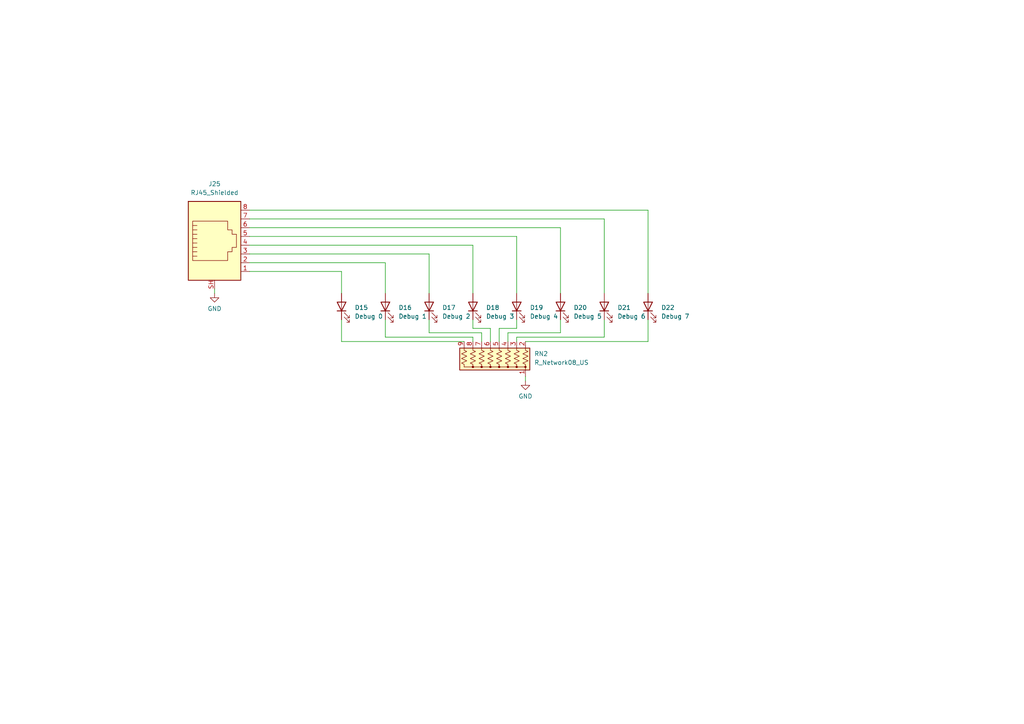
<source format=kicad_sch>
(kicad_sch
	(version 20231120)
	(generator "eeschema")
	(generator_version "8.0")
	(uuid "3ab27488-39d6-46f1-a91a-7425a7aa374c")
	(paper "A4")
	(lib_symbols
		(symbol "Connector:RJ45_Shielded"
			(pin_names
				(offset 1.016)
			)
			(exclude_from_sim no)
			(in_bom yes)
			(on_board yes)
			(property "Reference" "J"
				(at -5.08 13.97 0)
				(effects
					(font
						(size 1.27 1.27)
					)
					(justify right)
				)
			)
			(property "Value" "RJ45_Shielded"
				(at 2.54 13.97 0)
				(effects
					(font
						(size 1.27 1.27)
					)
					(justify left)
				)
			)
			(property "Footprint" ""
				(at 0 0.635 90)
				(effects
					(font
						(size 1.27 1.27)
					)
					(hide yes)
				)
			)
			(property "Datasheet" "~"
				(at 0 0.635 90)
				(effects
					(font
						(size 1.27 1.27)
					)
					(hide yes)
				)
			)
			(property "Description" "RJ connector, 8P8C (8 positions 8 connected), Shielded"
				(at 0 0 0)
				(effects
					(font
						(size 1.27 1.27)
					)
					(hide yes)
				)
			)
			(property "ki_keywords" "8P8C RJ jack socket connector"
				(at 0 0 0)
				(effects
					(font
						(size 1.27 1.27)
					)
					(hide yes)
				)
			)
			(property "ki_fp_filters" "8P8C* RJ31* RJ32* RJ33* RJ34* RJ35* RJ41* RJ45* RJ49* RJ61*"
				(at 0 0 0)
				(effects
					(font
						(size 1.27 1.27)
					)
					(hide yes)
				)
			)
			(symbol "RJ45_Shielded_0_1"
				(polyline
					(pts
						(xy -5.08 4.445) (xy -6.35 4.445)
					)
					(stroke
						(width 0)
						(type default)
					)
					(fill
						(type none)
					)
				)
				(polyline
					(pts
						(xy -5.08 5.715) (xy -6.35 5.715)
					)
					(stroke
						(width 0)
						(type default)
					)
					(fill
						(type none)
					)
				)
				(polyline
					(pts
						(xy -6.35 -3.175) (xy -5.08 -3.175) (xy -5.08 -3.175)
					)
					(stroke
						(width 0)
						(type default)
					)
					(fill
						(type none)
					)
				)
				(polyline
					(pts
						(xy -6.35 -1.905) (xy -5.08 -1.905) (xy -5.08 -1.905)
					)
					(stroke
						(width 0)
						(type default)
					)
					(fill
						(type none)
					)
				)
				(polyline
					(pts
						(xy -6.35 -0.635) (xy -5.08 -0.635) (xy -5.08 -0.635)
					)
					(stroke
						(width 0)
						(type default)
					)
					(fill
						(type none)
					)
				)
				(polyline
					(pts
						(xy -6.35 0.635) (xy -5.08 0.635) (xy -5.08 0.635)
					)
					(stroke
						(width 0)
						(type default)
					)
					(fill
						(type none)
					)
				)
				(polyline
					(pts
						(xy -6.35 1.905) (xy -5.08 1.905) (xy -5.08 1.905)
					)
					(stroke
						(width 0)
						(type default)
					)
					(fill
						(type none)
					)
				)
				(polyline
					(pts
						(xy -5.08 3.175) (xy -6.35 3.175) (xy -6.35 3.175)
					)
					(stroke
						(width 0)
						(type default)
					)
					(fill
						(type none)
					)
				)
				(polyline
					(pts
						(xy -6.35 -4.445) (xy -6.35 6.985) (xy 3.81 6.985) (xy 3.81 4.445) (xy 5.08 4.445) (xy 5.08 3.175)
						(xy 6.35 3.175) (xy 6.35 -0.635) (xy 5.08 -0.635) (xy 5.08 -1.905) (xy 3.81 -1.905) (xy 3.81 -4.445)
						(xy -6.35 -4.445) (xy -6.35 -4.445)
					)
					(stroke
						(width 0)
						(type default)
					)
					(fill
						(type none)
					)
				)
				(rectangle
					(start 7.62 12.7)
					(end -7.62 -10.16)
					(stroke
						(width 0.254)
						(type default)
					)
					(fill
						(type background)
					)
				)
			)
			(symbol "RJ45_Shielded_1_1"
				(pin passive line
					(at 10.16 -7.62 180)
					(length 2.54)
					(name "~"
						(effects
							(font
								(size 1.27 1.27)
							)
						)
					)
					(number "1"
						(effects
							(font
								(size 1.27 1.27)
							)
						)
					)
				)
				(pin passive line
					(at 10.16 -5.08 180)
					(length 2.54)
					(name "~"
						(effects
							(font
								(size 1.27 1.27)
							)
						)
					)
					(number "2"
						(effects
							(font
								(size 1.27 1.27)
							)
						)
					)
				)
				(pin passive line
					(at 10.16 -2.54 180)
					(length 2.54)
					(name "~"
						(effects
							(font
								(size 1.27 1.27)
							)
						)
					)
					(number "3"
						(effects
							(font
								(size 1.27 1.27)
							)
						)
					)
				)
				(pin passive line
					(at 10.16 0 180)
					(length 2.54)
					(name "~"
						(effects
							(font
								(size 1.27 1.27)
							)
						)
					)
					(number "4"
						(effects
							(font
								(size 1.27 1.27)
							)
						)
					)
				)
				(pin passive line
					(at 10.16 2.54 180)
					(length 2.54)
					(name "~"
						(effects
							(font
								(size 1.27 1.27)
							)
						)
					)
					(number "5"
						(effects
							(font
								(size 1.27 1.27)
							)
						)
					)
				)
				(pin passive line
					(at 10.16 5.08 180)
					(length 2.54)
					(name "~"
						(effects
							(font
								(size 1.27 1.27)
							)
						)
					)
					(number "6"
						(effects
							(font
								(size 1.27 1.27)
							)
						)
					)
				)
				(pin passive line
					(at 10.16 7.62 180)
					(length 2.54)
					(name "~"
						(effects
							(font
								(size 1.27 1.27)
							)
						)
					)
					(number "7"
						(effects
							(font
								(size 1.27 1.27)
							)
						)
					)
				)
				(pin passive line
					(at 10.16 10.16 180)
					(length 2.54)
					(name "~"
						(effects
							(font
								(size 1.27 1.27)
							)
						)
					)
					(number "8"
						(effects
							(font
								(size 1.27 1.27)
							)
						)
					)
				)
				(pin passive line
					(at 0 -12.7 90)
					(length 2.54)
					(name "~"
						(effects
							(font
								(size 1.27 1.27)
							)
						)
					)
					(number "SH"
						(effects
							(font
								(size 1.27 1.27)
							)
						)
					)
				)
			)
		)
		(symbol "Device:LED"
			(pin_numbers hide)
			(pin_names
				(offset 1.016) hide)
			(exclude_from_sim no)
			(in_bom yes)
			(on_board yes)
			(property "Reference" "D"
				(at 0 2.54 0)
				(effects
					(font
						(size 1.27 1.27)
					)
				)
			)
			(property "Value" "LED"
				(at 0 -2.54 0)
				(effects
					(font
						(size 1.27 1.27)
					)
				)
			)
			(property "Footprint" ""
				(at 0 0 0)
				(effects
					(font
						(size 1.27 1.27)
					)
					(hide yes)
				)
			)
			(property "Datasheet" "~"
				(at 0 0 0)
				(effects
					(font
						(size 1.27 1.27)
					)
					(hide yes)
				)
			)
			(property "Description" "Light emitting diode"
				(at 0 0 0)
				(effects
					(font
						(size 1.27 1.27)
					)
					(hide yes)
				)
			)
			(property "ki_keywords" "LED diode"
				(at 0 0 0)
				(effects
					(font
						(size 1.27 1.27)
					)
					(hide yes)
				)
			)
			(property "ki_fp_filters" "LED* LED_SMD:* LED_THT:*"
				(at 0 0 0)
				(effects
					(font
						(size 1.27 1.27)
					)
					(hide yes)
				)
			)
			(symbol "LED_0_1"
				(polyline
					(pts
						(xy -1.27 -1.27) (xy -1.27 1.27)
					)
					(stroke
						(width 0.254)
						(type default)
					)
					(fill
						(type none)
					)
				)
				(polyline
					(pts
						(xy -1.27 0) (xy 1.27 0)
					)
					(stroke
						(width 0)
						(type default)
					)
					(fill
						(type none)
					)
				)
				(polyline
					(pts
						(xy 1.27 -1.27) (xy 1.27 1.27) (xy -1.27 0) (xy 1.27 -1.27)
					)
					(stroke
						(width 0.254)
						(type default)
					)
					(fill
						(type none)
					)
				)
				(polyline
					(pts
						(xy -3.048 -0.762) (xy -4.572 -2.286) (xy -3.81 -2.286) (xy -4.572 -2.286) (xy -4.572 -1.524)
					)
					(stroke
						(width 0)
						(type default)
					)
					(fill
						(type none)
					)
				)
				(polyline
					(pts
						(xy -1.778 -0.762) (xy -3.302 -2.286) (xy -2.54 -2.286) (xy -3.302 -2.286) (xy -3.302 -1.524)
					)
					(stroke
						(width 0)
						(type default)
					)
					(fill
						(type none)
					)
				)
			)
			(symbol "LED_1_1"
				(pin passive line
					(at -3.81 0 0)
					(length 2.54)
					(name "K"
						(effects
							(font
								(size 1.27 1.27)
							)
						)
					)
					(number "1"
						(effects
							(font
								(size 1.27 1.27)
							)
						)
					)
				)
				(pin passive line
					(at 3.81 0 180)
					(length 2.54)
					(name "A"
						(effects
							(font
								(size 1.27 1.27)
							)
						)
					)
					(number "2"
						(effects
							(font
								(size 1.27 1.27)
							)
						)
					)
				)
			)
		)
		(symbol "Device:R_Network08_US"
			(pin_names
				(offset 0) hide)
			(exclude_from_sim no)
			(in_bom yes)
			(on_board yes)
			(property "Reference" "RN"
				(at -12.7 0 90)
				(effects
					(font
						(size 1.27 1.27)
					)
				)
			)
			(property "Value" "R_Network08_US"
				(at 10.16 0 90)
				(effects
					(font
						(size 1.27 1.27)
					)
				)
			)
			(property "Footprint" "Resistor_THT:R_Array_SIP9"
				(at 12.065 0 90)
				(effects
					(font
						(size 1.27 1.27)
					)
					(hide yes)
				)
			)
			(property "Datasheet" "http://www.vishay.com/docs/31509/csc.pdf"
				(at 0 0 0)
				(effects
					(font
						(size 1.27 1.27)
					)
					(hide yes)
				)
			)
			(property "Description" "8 resistor network, star topology, bussed resistors, small US symbol"
				(at 0 0 0)
				(effects
					(font
						(size 1.27 1.27)
					)
					(hide yes)
				)
			)
			(property "ki_keywords" "R network star-topology"
				(at 0 0 0)
				(effects
					(font
						(size 1.27 1.27)
					)
					(hide yes)
				)
			)
			(property "ki_fp_filters" "R?Array?SIP*"
				(at 0 0 0)
				(effects
					(font
						(size 1.27 1.27)
					)
					(hide yes)
				)
			)
			(symbol "R_Network08_US_0_1"
				(rectangle
					(start -11.43 -3.175)
					(end 8.89 3.175)
					(stroke
						(width 0.254)
						(type default)
					)
					(fill
						(type background)
					)
				)
				(circle
					(center -10.16 2.286)
					(radius 0.254)
					(stroke
						(width 0)
						(type default)
					)
					(fill
						(type outline)
					)
				)
				(circle
					(center -7.62 2.286)
					(radius 0.254)
					(stroke
						(width 0)
						(type default)
					)
					(fill
						(type outline)
					)
				)
				(circle
					(center -5.08 2.286)
					(radius 0.254)
					(stroke
						(width 0)
						(type default)
					)
					(fill
						(type outline)
					)
				)
				(circle
					(center -2.54 2.286)
					(radius 0.254)
					(stroke
						(width 0)
						(type default)
					)
					(fill
						(type outline)
					)
				)
				(polyline
					(pts
						(xy -10.16 2.286) (xy 7.62 2.286)
					)
					(stroke
						(width 0)
						(type default)
					)
					(fill
						(type none)
					)
				)
				(polyline
					(pts
						(xy -10.16 2.286) (xy -10.16 1.524) (xy -9.398 1.1684) (xy -10.922 0.508) (xy -9.398 -0.1524)
						(xy -10.922 -0.8382) (xy -9.398 -1.524) (xy -10.922 -2.1844) (xy -10.16 -2.54) (xy -10.16 -3.81)
					)
					(stroke
						(width 0)
						(type default)
					)
					(fill
						(type none)
					)
				)
				(polyline
					(pts
						(xy -7.62 2.286) (xy -7.62 1.524) (xy -6.858 1.1684) (xy -8.382 0.508) (xy -6.858 -0.1524) (xy -8.382 -0.8382)
						(xy -6.858 -1.524) (xy -8.382 -2.1844) (xy -7.62 -2.54) (xy -7.62 -3.81)
					)
					(stroke
						(width 0)
						(type default)
					)
					(fill
						(type none)
					)
				)
				(polyline
					(pts
						(xy -5.08 2.286) (xy -5.08 1.524) (xy -4.318 1.1684) (xy -5.842 0.508) (xy -4.318 -0.1524) (xy -5.842 -0.8382)
						(xy -4.318 -1.524) (xy -5.842 -2.1844) (xy -5.08 -2.54) (xy -5.08 -3.81)
					)
					(stroke
						(width 0)
						(type default)
					)
					(fill
						(type none)
					)
				)
				(polyline
					(pts
						(xy -2.54 2.286) (xy -2.54 1.524) (xy -1.778 1.1684) (xy -3.302 0.508) (xy -1.778 -0.1524) (xy -3.302 -0.8382)
						(xy -1.778 -1.524) (xy -3.302 -2.1844) (xy -2.54 -2.54) (xy -2.54 -3.81)
					)
					(stroke
						(width 0)
						(type default)
					)
					(fill
						(type none)
					)
				)
				(polyline
					(pts
						(xy 0 2.286) (xy 0 1.524) (xy 0.762 1.1684) (xy -0.762 0.508) (xy 0.762 -0.1524) (xy -0.762 -0.8382)
						(xy 0.762 -1.524) (xy -0.762 -2.1844) (xy 0 -2.54) (xy 0 -3.81)
					)
					(stroke
						(width 0)
						(type default)
					)
					(fill
						(type none)
					)
				)
				(polyline
					(pts
						(xy 2.54 2.286) (xy 2.54 1.524) (xy 3.302 1.1684) (xy 1.778 0.508) (xy 3.302 -0.1524) (xy 1.778 -0.8382)
						(xy 3.302 -1.524) (xy 1.778 -2.1844) (xy 2.54 -2.54) (xy 2.54 -3.81)
					)
					(stroke
						(width 0)
						(type default)
					)
					(fill
						(type none)
					)
				)
				(polyline
					(pts
						(xy 5.08 2.286) (xy 5.08 1.524) (xy 5.842 1.1684) (xy 4.318 0.508) (xy 5.842 -0.1524) (xy 4.318 -0.8382)
						(xy 5.842 -1.524) (xy 4.318 -2.1844) (xy 5.08 -2.54) (xy 5.08 -3.81)
					)
					(stroke
						(width 0)
						(type default)
					)
					(fill
						(type none)
					)
				)
				(polyline
					(pts
						(xy 7.62 2.286) (xy 7.62 1.524) (xy 8.382 1.1684) (xy 6.858 0.508) (xy 8.382 -0.1524) (xy 6.858 -0.8382)
						(xy 8.382 -1.524) (xy 6.858 -2.1844) (xy 7.62 -2.54) (xy 7.62 -3.81)
					)
					(stroke
						(width 0)
						(type default)
					)
					(fill
						(type none)
					)
				)
				(circle
					(center 0 2.286)
					(radius 0.254)
					(stroke
						(width 0)
						(type default)
					)
					(fill
						(type outline)
					)
				)
				(circle
					(center 2.54 2.286)
					(radius 0.254)
					(stroke
						(width 0)
						(type default)
					)
					(fill
						(type outline)
					)
				)
				(circle
					(center 5.08 2.286)
					(radius 0.254)
					(stroke
						(width 0)
						(type default)
					)
					(fill
						(type outline)
					)
				)
			)
			(symbol "R_Network08_US_1_1"
				(pin passive line
					(at -10.16 5.08 270)
					(length 2.54)
					(name "common"
						(effects
							(font
								(size 1.27 1.27)
							)
						)
					)
					(number "1"
						(effects
							(font
								(size 1.27 1.27)
							)
						)
					)
				)
				(pin passive line
					(at -10.16 -5.08 90)
					(length 1.27)
					(name "R1"
						(effects
							(font
								(size 1.27 1.27)
							)
						)
					)
					(number "2"
						(effects
							(font
								(size 1.27 1.27)
							)
						)
					)
				)
				(pin passive line
					(at -7.62 -5.08 90)
					(length 1.27)
					(name "R2"
						(effects
							(font
								(size 1.27 1.27)
							)
						)
					)
					(number "3"
						(effects
							(font
								(size 1.27 1.27)
							)
						)
					)
				)
				(pin passive line
					(at -5.08 -5.08 90)
					(length 1.27)
					(name "R3"
						(effects
							(font
								(size 1.27 1.27)
							)
						)
					)
					(number "4"
						(effects
							(font
								(size 1.27 1.27)
							)
						)
					)
				)
				(pin passive line
					(at -2.54 -5.08 90)
					(length 1.27)
					(name "R4"
						(effects
							(font
								(size 1.27 1.27)
							)
						)
					)
					(number "5"
						(effects
							(font
								(size 1.27 1.27)
							)
						)
					)
				)
				(pin passive line
					(at 0 -5.08 90)
					(length 1.27)
					(name "R5"
						(effects
							(font
								(size 1.27 1.27)
							)
						)
					)
					(number "6"
						(effects
							(font
								(size 1.27 1.27)
							)
						)
					)
				)
				(pin passive line
					(at 2.54 -5.08 90)
					(length 1.27)
					(name "R6"
						(effects
							(font
								(size 1.27 1.27)
							)
						)
					)
					(number "7"
						(effects
							(font
								(size 1.27 1.27)
							)
						)
					)
				)
				(pin passive line
					(at 5.08 -5.08 90)
					(length 1.27)
					(name "R7"
						(effects
							(font
								(size 1.27 1.27)
							)
						)
					)
					(number "8"
						(effects
							(font
								(size 1.27 1.27)
							)
						)
					)
				)
				(pin passive line
					(at 7.62 -5.08 90)
					(length 1.27)
					(name "R8"
						(effects
							(font
								(size 1.27 1.27)
							)
						)
					)
					(number "9"
						(effects
							(font
								(size 1.27 1.27)
							)
						)
					)
				)
			)
		)
		(symbol "power:GND"
			(power)
			(pin_names
				(offset 0)
			)
			(exclude_from_sim no)
			(in_bom yes)
			(on_board yes)
			(property "Reference" "#PWR"
				(at 0 -6.35 0)
				(effects
					(font
						(size 1.27 1.27)
					)
					(hide yes)
				)
			)
			(property "Value" "GND"
				(at 0 -3.81 0)
				(effects
					(font
						(size 1.27 1.27)
					)
				)
			)
			(property "Footprint" ""
				(at 0 0 0)
				(effects
					(font
						(size 1.27 1.27)
					)
					(hide yes)
				)
			)
			(property "Datasheet" ""
				(at 0 0 0)
				(effects
					(font
						(size 1.27 1.27)
					)
					(hide yes)
				)
			)
			(property "Description" "Power symbol creates a global label with name \"GND\" , ground"
				(at 0 0 0)
				(effects
					(font
						(size 1.27 1.27)
					)
					(hide yes)
				)
			)
			(property "ki_keywords" "power-flag"
				(at 0 0 0)
				(effects
					(font
						(size 1.27 1.27)
					)
					(hide yes)
				)
			)
			(symbol "GND_0_1"
				(polyline
					(pts
						(xy 0 0) (xy 0 -1.27) (xy 1.27 -1.27) (xy 0 -2.54) (xy -1.27 -1.27) (xy 0 -1.27)
					)
					(stroke
						(width 0)
						(type default)
					)
					(fill
						(type none)
					)
				)
			)
			(symbol "GND_1_1"
				(pin power_in line
					(at 0 0 270)
					(length 0) hide
					(name "GND"
						(effects
							(font
								(size 1.27 1.27)
							)
						)
					)
					(number "1"
						(effects
							(font
								(size 1.27 1.27)
							)
						)
					)
				)
			)
		)
	)
	(wire
		(pts
			(xy 149.86 68.58) (xy 72.39 68.58)
		)
		(stroke
			(width 0)
			(type default)
		)
		(uuid "0239361b-4e7a-4711-ac54-e8fa0ddd3cbf")
	)
	(wire
		(pts
			(xy 142.24 95.25) (xy 142.24 99.06)
		)
		(stroke
			(width 0)
			(type default)
		)
		(uuid "035153ca-9979-4d30-bba1-2de8c0737488")
	)
	(wire
		(pts
			(xy 124.46 92.71) (xy 124.46 96.52)
		)
		(stroke
			(width 0)
			(type default)
		)
		(uuid "0420c661-9de9-46da-b44c-1565275881ff")
	)
	(wire
		(pts
			(xy 139.7 96.52) (xy 139.7 99.06)
		)
		(stroke
			(width 0)
			(type default)
		)
		(uuid "0b380390-2a82-4a79-bede-016065bb516b")
	)
	(wire
		(pts
			(xy 152.4 109.22) (xy 152.4 110.49)
		)
		(stroke
			(width 0)
			(type default)
		)
		(uuid "0c6d0ce0-c575-41dc-b3a8-33a050094f4f")
	)
	(wire
		(pts
			(xy 111.76 76.2) (xy 111.76 85.09)
		)
		(stroke
			(width 0)
			(type default)
		)
		(uuid "0e7340d5-ae9b-4b5a-8955-687d4de0d621")
	)
	(wire
		(pts
			(xy 137.16 95.25) (xy 142.24 95.25)
		)
		(stroke
			(width 0)
			(type default)
		)
		(uuid "170676e6-f862-4eba-afc4-089836d362f4")
	)
	(wire
		(pts
			(xy 137.16 97.79) (xy 137.16 99.06)
		)
		(stroke
			(width 0)
			(type default)
		)
		(uuid "20e75989-cfe7-47ba-92a6-4cceb1b73847")
	)
	(wire
		(pts
			(xy 99.06 85.09) (xy 99.06 78.74)
		)
		(stroke
			(width 0)
			(type default)
		)
		(uuid "2c6f59b9-c748-4ba8-8f32-6182048bd4cc")
	)
	(wire
		(pts
			(xy 99.06 99.06) (xy 134.62 99.06)
		)
		(stroke
			(width 0)
			(type default)
		)
		(uuid "2ed60f15-486f-46e1-b0ca-9fa3b3ae3e06")
	)
	(wire
		(pts
			(xy 187.96 92.71) (xy 187.96 99.06)
		)
		(stroke
			(width 0)
			(type default)
		)
		(uuid "2ff2b5d3-dfeb-4477-9e2e-d5ab3c85bd54")
	)
	(wire
		(pts
			(xy 99.06 92.71) (xy 99.06 99.06)
		)
		(stroke
			(width 0)
			(type default)
		)
		(uuid "39a0ab4f-254d-4b17-aa66-40d4fc437270")
	)
	(wire
		(pts
			(xy 62.23 83.82) (xy 62.23 85.09)
		)
		(stroke
			(width 0)
			(type default)
		)
		(uuid "3daaa658-3abf-4105-8294-86d9eb939d33")
	)
	(wire
		(pts
			(xy 124.46 96.52) (xy 139.7 96.52)
		)
		(stroke
			(width 0)
			(type default)
		)
		(uuid "46bfd882-6ec3-4f43-9f19-412c26764f14")
	)
	(wire
		(pts
			(xy 187.96 99.06) (xy 152.4 99.06)
		)
		(stroke
			(width 0)
			(type default)
		)
		(uuid "4bec90e0-6390-4cb5-8fa7-cd4406d4d017")
	)
	(wire
		(pts
			(xy 147.32 96.52) (xy 147.32 99.06)
		)
		(stroke
			(width 0)
			(type default)
		)
		(uuid "518a9e7b-d79f-4b7a-8988-4e648bf13136")
	)
	(wire
		(pts
			(xy 137.16 71.12) (xy 72.39 71.12)
		)
		(stroke
			(width 0)
			(type default)
		)
		(uuid "519efc75-ebba-441f-b3cb-9c7282a656d9")
	)
	(wire
		(pts
			(xy 99.06 78.74) (xy 72.39 78.74)
		)
		(stroke
			(width 0)
			(type default)
		)
		(uuid "63b88c7c-0c52-4ecf-8df8-f41ee0884ce2")
	)
	(wire
		(pts
			(xy 149.86 85.09) (xy 149.86 68.58)
		)
		(stroke
			(width 0)
			(type default)
		)
		(uuid "6a83d7cc-7590-47cd-9cde-5dd51f447cd8")
	)
	(wire
		(pts
			(xy 144.78 95.25) (xy 144.78 99.06)
		)
		(stroke
			(width 0)
			(type default)
		)
		(uuid "718c8593-c915-48c2-a9c3-4f64f9addcb0")
	)
	(wire
		(pts
			(xy 124.46 73.66) (xy 72.39 73.66)
		)
		(stroke
			(width 0)
			(type default)
		)
		(uuid "754dfa56-1880-42b9-927e-5a9069c49b19")
	)
	(wire
		(pts
			(xy 187.96 85.09) (xy 187.96 60.96)
		)
		(stroke
			(width 0)
			(type default)
		)
		(uuid "80ce787c-0271-4619-9195-826d73ea6cac")
	)
	(wire
		(pts
			(xy 175.26 63.5) (xy 72.39 63.5)
		)
		(stroke
			(width 0)
			(type default)
		)
		(uuid "83f262b6-7612-4887-b561-1ff7453e5a40")
	)
	(wire
		(pts
			(xy 149.86 92.71) (xy 149.86 95.25)
		)
		(stroke
			(width 0)
			(type default)
		)
		(uuid "85f9a915-e8cd-43fa-a97b-41c2a3f3e418")
	)
	(wire
		(pts
			(xy 175.26 97.79) (xy 149.86 97.79)
		)
		(stroke
			(width 0)
			(type default)
		)
		(uuid "8b7c5288-9804-465c-a5fa-f0888b55aac6")
	)
	(wire
		(pts
			(xy 137.16 85.09) (xy 137.16 71.12)
		)
		(stroke
			(width 0)
			(type default)
		)
		(uuid "9530907a-513c-4718-95d6-89d7f14688b7")
	)
	(wire
		(pts
			(xy 149.86 95.25) (xy 144.78 95.25)
		)
		(stroke
			(width 0)
			(type default)
		)
		(uuid "99f7a7a3-13d7-4679-ac01-512b33a9734f")
	)
	(wire
		(pts
			(xy 111.76 97.79) (xy 137.16 97.79)
		)
		(stroke
			(width 0)
			(type default)
		)
		(uuid "9b498be8-27de-4304-9ae4-a035b1f027e2")
	)
	(wire
		(pts
			(xy 162.56 66.04) (xy 72.39 66.04)
		)
		(stroke
			(width 0)
			(type default)
		)
		(uuid "9f78ce35-7eee-4863-aa5b-57579d674051")
	)
	(wire
		(pts
			(xy 72.39 76.2) (xy 111.76 76.2)
		)
		(stroke
			(width 0)
			(type default)
		)
		(uuid "a00135d1-54eb-4d07-b20d-1b4cff1fb2e7")
	)
	(wire
		(pts
			(xy 162.56 96.52) (xy 147.32 96.52)
		)
		(stroke
			(width 0)
			(type default)
		)
		(uuid "b197b437-d626-4d38-825f-1077bf013bbc")
	)
	(wire
		(pts
			(xy 175.26 92.71) (xy 175.26 97.79)
		)
		(stroke
			(width 0)
			(type default)
		)
		(uuid "b1c80c09-253f-4312-9087-e62ca7913d1a")
	)
	(wire
		(pts
			(xy 149.86 97.79) (xy 149.86 99.06)
		)
		(stroke
			(width 0)
			(type default)
		)
		(uuid "b404a6f2-58b4-4f78-be44-fc3afbd2534d")
	)
	(wire
		(pts
			(xy 175.26 85.09) (xy 175.26 63.5)
		)
		(stroke
			(width 0)
			(type default)
		)
		(uuid "b59b4834-a3e7-42f2-a1cf-9911f87f56b8")
	)
	(wire
		(pts
			(xy 137.16 92.71) (xy 137.16 95.25)
		)
		(stroke
			(width 0)
			(type default)
		)
		(uuid "b7fc8eb4-7c30-4091-b02c-3d3303882ebb")
	)
	(wire
		(pts
			(xy 162.56 92.71) (xy 162.56 96.52)
		)
		(stroke
			(width 0)
			(type default)
		)
		(uuid "c41af990-43c8-4b48-be4c-d024a217b185")
	)
	(wire
		(pts
			(xy 124.46 85.09) (xy 124.46 73.66)
		)
		(stroke
			(width 0)
			(type default)
		)
		(uuid "ca643e0a-3b2f-42cc-8091-3bc56cb06ddd")
	)
	(wire
		(pts
			(xy 187.96 60.96) (xy 72.39 60.96)
		)
		(stroke
			(width 0)
			(type default)
		)
		(uuid "cb8aa86f-bf8f-4ebc-a517-f948b1141c31")
	)
	(wire
		(pts
			(xy 111.76 92.71) (xy 111.76 97.79)
		)
		(stroke
			(width 0)
			(type default)
		)
		(uuid "d2ab3b25-b646-4074-8b4f-a71964e1fb59")
	)
	(wire
		(pts
			(xy 162.56 85.09) (xy 162.56 66.04)
		)
		(stroke
			(width 0)
			(type default)
		)
		(uuid "d4d3a002-56b7-4111-9b76-29bbb5f5b875")
	)
	(symbol
		(lib_id "power:GND")
		(at 62.23 85.09 0)
		(unit 1)
		(exclude_from_sim no)
		(in_bom yes)
		(on_board yes)
		(dnp no)
		(fields_autoplaced yes)
		(uuid "0092a8de-d718-4501-9068-1b85a7286dc6")
		(property "Reference" "#PWR055"
			(at 62.23 91.44 0)
			(effects
				(font
					(size 1.27 1.27)
				)
				(hide yes)
			)
		)
		(property "Value" "GND"
			(at 62.23 89.535 0)
			(effects
				(font
					(size 1.27 1.27)
				)
			)
		)
		(property "Footprint" ""
			(at 62.23 85.09 0)
			(effects
				(font
					(size 1.27 1.27)
				)
				(hide yes)
			)
		)
		(property "Datasheet" ""
			(at 62.23 85.09 0)
			(effects
				(font
					(size 1.27 1.27)
				)
				(hide yes)
			)
		)
		(property "Description" ""
			(at 62.23 85.09 0)
			(effects
				(font
					(size 1.27 1.27)
				)
				(hide yes)
			)
		)
		(pin "1"
			(uuid "c870f6d6-2863-4486-a9f4-c7bafde0dd3e")
		)
		(instances
			(project "ATV_Project_Slave Barg"
				(path "/e63e39d7-6ac0-4ffd-8aa3-1841a4541b55/d176e8c1-1dba-48c9-b02c-6adeab186fa1"
					(reference "#PWR055")
					(unit 1)
				)
			)
		)
	)
	(symbol
		(lib_id "Device:LED")
		(at 124.46 88.9 90)
		(unit 1)
		(exclude_from_sim no)
		(in_bom yes)
		(on_board yes)
		(dnp no)
		(fields_autoplaced yes)
		(uuid "0f52648d-8636-4cb4-ba4b-257724c767b3")
		(property "Reference" "D17"
			(at 128.27 89.2174 90)
			(effects
				(font
					(size 1.27 1.27)
				)
				(justify right)
			)
		)
		(property "Value" "Debug 2"
			(at 128.27 91.7574 90)
			(effects
				(font
					(size 1.27 1.27)
				)
				(justify right)
			)
		)
		(property "Footprint" "Diode_SMD:D_0805_2012Metric_Pad1.15x1.40mm_HandSolder"
			(at 124.46 88.9 0)
			(effects
				(font
					(size 1.27 1.27)
				)
				(hide yes)
			)
		)
		(property "Datasheet" "~"
			(at 124.46 88.9 0)
			(effects
				(font
					(size 1.27 1.27)
				)
				(hide yes)
			)
		)
		(property "Description" ""
			(at 124.46 88.9 0)
			(effects
				(font
					(size 1.27 1.27)
				)
				(hide yes)
			)
		)
		(pin "1"
			(uuid "bc085aac-5271-4b66-90c2-247e3ac708a3")
		)
		(pin "2"
			(uuid "f1f845cb-ad55-4908-8620-dce995562c8c")
		)
		(instances
			(project "ATV_Project_Slave Barg"
				(path "/e63e39d7-6ac0-4ffd-8aa3-1841a4541b55/d176e8c1-1dba-48c9-b02c-6adeab186fa1"
					(reference "D17")
					(unit 1)
				)
			)
		)
	)
	(symbol
		(lib_id "Device:LED")
		(at 187.96 88.9 90)
		(unit 1)
		(exclude_from_sim no)
		(in_bom yes)
		(on_board yes)
		(dnp no)
		(fields_autoplaced yes)
		(uuid "15a8d498-f0f9-4f9c-8e2f-11cceeb730c5")
		(property "Reference" "D22"
			(at 191.77 89.2174 90)
			(effects
				(font
					(size 1.27 1.27)
				)
				(justify right)
			)
		)
		(property "Value" "Debug 7"
			(at 191.77 91.7574 90)
			(effects
				(font
					(size 1.27 1.27)
				)
				(justify right)
			)
		)
		(property "Footprint" "Diode_SMD:D_0805_2012Metric_Pad1.15x1.40mm_HandSolder"
			(at 187.96 88.9 0)
			(effects
				(font
					(size 1.27 1.27)
				)
				(hide yes)
			)
		)
		(property "Datasheet" "~"
			(at 187.96 88.9 0)
			(effects
				(font
					(size 1.27 1.27)
				)
				(hide yes)
			)
		)
		(property "Description" ""
			(at 187.96 88.9 0)
			(effects
				(font
					(size 1.27 1.27)
				)
				(hide yes)
			)
		)
		(pin "1"
			(uuid "2f71bd34-40f4-4c67-880e-cd2b3ce56a69")
		)
		(pin "2"
			(uuid "0781c22d-c147-49fb-ab05-98be465aeab9")
		)
		(instances
			(project "ATV_Project_Slave Barg"
				(path "/e63e39d7-6ac0-4ffd-8aa3-1841a4541b55/d176e8c1-1dba-48c9-b02c-6adeab186fa1"
					(reference "D22")
					(unit 1)
				)
			)
		)
	)
	(symbol
		(lib_id "Device:LED")
		(at 111.76 88.9 90)
		(unit 1)
		(exclude_from_sim no)
		(in_bom yes)
		(on_board yes)
		(dnp no)
		(uuid "29c7e0dd-220d-489a-827c-0986312a316b")
		(property "Reference" "D16"
			(at 115.57 89.2174 90)
			(effects
				(font
					(size 1.27 1.27)
				)
				(justify right)
			)
		)
		(property "Value" "Debug 1"
			(at 115.57 91.7574 90)
			(effects
				(font
					(size 1.27 1.27)
				)
				(justify right)
			)
		)
		(property "Footprint" "Diode_SMD:D_0805_2012Metric_Pad1.15x1.40mm_HandSolder"
			(at 111.76 88.9 0)
			(effects
				(font
					(size 1.27 1.27)
				)
				(hide yes)
			)
		)
		(property "Datasheet" "~"
			(at 111.76 88.9 0)
			(effects
				(font
					(size 1.27 1.27)
				)
				(hide yes)
			)
		)
		(property "Description" ""
			(at 111.76 88.9 0)
			(effects
				(font
					(size 1.27 1.27)
				)
				(hide yes)
			)
		)
		(pin "1"
			(uuid "02fddca2-35dd-4d36-8c47-5bed78306fc4")
		)
		(pin "2"
			(uuid "7e8cb1e9-2f71-4e3c-ba4a-49b1d6f7c045")
		)
		(instances
			(project "ATV_Project_Slave Barg"
				(path "/e63e39d7-6ac0-4ffd-8aa3-1841a4541b55/d176e8c1-1dba-48c9-b02c-6adeab186fa1"
					(reference "D16")
					(unit 1)
				)
			)
		)
	)
	(symbol
		(lib_id "Device:LED")
		(at 137.16 88.9 90)
		(unit 1)
		(exclude_from_sim no)
		(in_bom yes)
		(on_board yes)
		(dnp no)
		(uuid "2cc0275f-fa29-4a55-b878-4fc3493e9404")
		(property "Reference" "D18"
			(at 140.97 89.2174 90)
			(effects
				(font
					(size 1.27 1.27)
				)
				(justify right)
			)
		)
		(property "Value" "Debug 3"
			(at 140.97 91.7574 90)
			(effects
				(font
					(size 1.27 1.27)
				)
				(justify right)
			)
		)
		(property "Footprint" "Diode_SMD:D_0805_2012Metric_Pad1.15x1.40mm_HandSolder"
			(at 137.16 88.9 0)
			(effects
				(font
					(size 1.27 1.27)
				)
				(hide yes)
			)
		)
		(property "Datasheet" "~"
			(at 137.16 88.9 0)
			(effects
				(font
					(size 1.27 1.27)
				)
				(hide yes)
			)
		)
		(property "Description" ""
			(at 137.16 88.9 0)
			(effects
				(font
					(size 1.27 1.27)
				)
				(hide yes)
			)
		)
		(pin "1"
			(uuid "d7cfc688-6b09-4737-ad4c-336f5084a45a")
		)
		(pin "2"
			(uuid "573acd2d-6733-4222-be4c-8cee34350a10")
		)
		(instances
			(project "ATV_Project_Slave Barg"
				(path "/e63e39d7-6ac0-4ffd-8aa3-1841a4541b55/d176e8c1-1dba-48c9-b02c-6adeab186fa1"
					(reference "D18")
					(unit 1)
				)
			)
		)
	)
	(symbol
		(lib_id "Connector:RJ45_Shielded")
		(at 62.23 71.12 0)
		(unit 1)
		(exclude_from_sim no)
		(in_bom yes)
		(on_board yes)
		(dnp no)
		(fields_autoplaced yes)
		(uuid "67bf96fc-0e91-44fa-bed2-6af889536994")
		(property "Reference" "J25"
			(at 62.23 53.34 0)
			(effects
				(font
					(size 1.27 1.27)
				)
			)
		)
		(property "Value" "RJ45_Shielded"
			(at 62.23 55.88 0)
			(effects
				(font
					(size 1.27 1.27)
				)
			)
		)
		(property "Footprint" "footprint library:RJ45_Shieleded_BB"
			(at 62.23 70.485 90)
			(effects
				(font
					(size 1.27 1.27)
				)
				(hide yes)
			)
		)
		(property "Datasheet" "~"
			(at 62.23 70.485 90)
			(effects
				(font
					(size 1.27 1.27)
				)
				(hide yes)
			)
		)
		(property "Description" "RJ connector, 8P8C (8 positions 8 connected), Shielded"
			(at 62.23 71.12 0)
			(effects
				(font
					(size 1.27 1.27)
				)
				(hide yes)
			)
		)
		(pin "3"
			(uuid "f093fc9e-fac1-4aad-94ff-007168733a5b")
		)
		(pin "4"
			(uuid "98fe0b3f-393a-4edc-ac78-38ccde735d4a")
		)
		(pin "8"
			(uuid "56217445-dc6c-4359-b887-83890a16aceb")
		)
		(pin "SH"
			(uuid "0a015705-5780-4443-bb78-d82f9c0c2470")
		)
		(pin "2"
			(uuid "c4e42d78-2495-4dac-9974-dc517e5f1e25")
		)
		(pin "5"
			(uuid "2334d034-c3e4-4471-b442-4d2a6fb2998c")
		)
		(pin "7"
			(uuid "cb7d9359-e40e-4a9a-8917-d987c9385cf6")
		)
		(pin "1"
			(uuid "22467499-9de4-412f-8ecf-dfb3fd06f218")
		)
		(pin "6"
			(uuid "efa06cd4-510b-4b22-b6b6-6cd336f20c01")
		)
		(instances
			(project "ATV_Project_Slave Barg"
				(path "/e63e39d7-6ac0-4ffd-8aa3-1841a4541b55/d176e8c1-1dba-48c9-b02c-6adeab186fa1"
					(reference "J25")
					(unit 1)
				)
			)
		)
	)
	(symbol
		(lib_id "Device:LED")
		(at 162.56 88.9 90)
		(unit 1)
		(exclude_from_sim no)
		(in_bom yes)
		(on_board yes)
		(dnp no)
		(fields_autoplaced yes)
		(uuid "ad1a7e3d-955e-45aa-9b0d-67a380a283af")
		(property "Reference" "D20"
			(at 166.37 89.2174 90)
			(effects
				(font
					(size 1.27 1.27)
				)
				(justify right)
			)
		)
		(property "Value" "Debug 5"
			(at 166.37 91.7574 90)
			(effects
				(font
					(size 1.27 1.27)
				)
				(justify right)
			)
		)
		(property "Footprint" "Diode_SMD:D_0805_2012Metric_Pad1.15x1.40mm_HandSolder"
			(at 162.56 88.9 0)
			(effects
				(font
					(size 1.27 1.27)
				)
				(hide yes)
			)
		)
		(property "Datasheet" "~"
			(at 162.56 88.9 0)
			(effects
				(font
					(size 1.27 1.27)
				)
				(hide yes)
			)
		)
		(property "Description" ""
			(at 162.56 88.9 0)
			(effects
				(font
					(size 1.27 1.27)
				)
				(hide yes)
			)
		)
		(pin "1"
			(uuid "c9919a44-a891-44dd-99f0-2f48983e71b7")
		)
		(pin "2"
			(uuid "35d178aa-10c2-4ab2-81c0-8f28f0cdae57")
		)
		(instances
			(project "ATV_Project_Slave Barg"
				(path "/e63e39d7-6ac0-4ffd-8aa3-1841a4541b55/d176e8c1-1dba-48c9-b02c-6adeab186fa1"
					(reference "D20")
					(unit 1)
				)
			)
		)
	)
	(symbol
		(lib_id "Device:LED")
		(at 175.26 88.9 90)
		(unit 1)
		(exclude_from_sim no)
		(in_bom yes)
		(on_board yes)
		(dnp no)
		(uuid "af7ad41a-f1be-43aa-841e-31c537bbb3be")
		(property "Reference" "D21"
			(at 179.07 89.2174 90)
			(effects
				(font
					(size 1.27 1.27)
				)
				(justify right)
			)
		)
		(property "Value" "Debug 6"
			(at 179.07 91.7574 90)
			(effects
				(font
					(size 1.27 1.27)
				)
				(justify right)
			)
		)
		(property "Footprint" "Diode_SMD:D_0805_2012Metric_Pad1.15x1.40mm_HandSolder"
			(at 175.26 88.9 0)
			(effects
				(font
					(size 1.27 1.27)
				)
				(hide yes)
			)
		)
		(property "Datasheet" "~"
			(at 175.26 88.9 0)
			(effects
				(font
					(size 1.27 1.27)
				)
				(hide yes)
			)
		)
		(property "Description" ""
			(at 175.26 88.9 0)
			(effects
				(font
					(size 1.27 1.27)
				)
				(hide yes)
			)
		)
		(pin "1"
			(uuid "bfb129df-9a5c-4f19-b98f-7c3620478855")
		)
		(pin "2"
			(uuid "42c024c2-2e47-4dea-a9dc-6956745de11b")
		)
		(instances
			(project "ATV_Project_Slave Barg"
				(path "/e63e39d7-6ac0-4ffd-8aa3-1841a4541b55/d176e8c1-1dba-48c9-b02c-6adeab186fa1"
					(reference "D21")
					(unit 1)
				)
			)
		)
	)
	(symbol
		(lib_id "Device:LED")
		(at 99.06 88.9 90)
		(unit 1)
		(exclude_from_sim no)
		(in_bom yes)
		(on_board yes)
		(dnp no)
		(fields_autoplaced yes)
		(uuid "c1773428-0722-498a-96b5-7f5904975826")
		(property "Reference" "D15"
			(at 102.87 89.2174 90)
			(effects
				(font
					(size 1.27 1.27)
				)
				(justify right)
			)
		)
		(property "Value" "Debug 0"
			(at 102.87 91.7574 90)
			(effects
				(font
					(size 1.27 1.27)
				)
				(justify right)
			)
		)
		(property "Footprint" "Diode_SMD:D_0805_2012Metric_Pad1.15x1.40mm_HandSolder"
			(at 99.06 88.9 0)
			(effects
				(font
					(size 1.27 1.27)
				)
				(hide yes)
			)
		)
		(property "Datasheet" "~"
			(at 99.06 88.9 0)
			(effects
				(font
					(size 1.27 1.27)
				)
				(hide yes)
			)
		)
		(property "Description" ""
			(at 99.06 88.9 0)
			(effects
				(font
					(size 1.27 1.27)
				)
				(hide yes)
			)
		)
		(pin "1"
			(uuid "c34280a0-2b5d-4c58-8ee4-c179eb64a47e")
		)
		(pin "2"
			(uuid "e578f231-a1dc-416c-94b7-298dd1db3609")
		)
		(instances
			(project "ATV_Project_Slave Barg"
				(path "/e63e39d7-6ac0-4ffd-8aa3-1841a4541b55/d176e8c1-1dba-48c9-b02c-6adeab186fa1"
					(reference "D15")
					(unit 1)
				)
			)
		)
	)
	(symbol
		(lib_id "power:GND")
		(at 152.4 110.49 0)
		(unit 1)
		(exclude_from_sim no)
		(in_bom yes)
		(on_board yes)
		(dnp no)
		(fields_autoplaced yes)
		(uuid "d388cdb5-53db-4e4b-92d7-26b690f998fd")
		(property "Reference" "#PWR056"
			(at 152.4 116.84 0)
			(effects
				(font
					(size 1.27 1.27)
				)
				(hide yes)
			)
		)
		(property "Value" "GND"
			(at 152.4 114.935 0)
			(effects
				(font
					(size 1.27 1.27)
				)
			)
		)
		(property "Footprint" ""
			(at 152.4 110.49 0)
			(effects
				(font
					(size 1.27 1.27)
				)
				(hide yes)
			)
		)
		(property "Datasheet" ""
			(at 152.4 110.49 0)
			(effects
				(font
					(size 1.27 1.27)
				)
				(hide yes)
			)
		)
		(property "Description" ""
			(at 152.4 110.49 0)
			(effects
				(font
					(size 1.27 1.27)
				)
				(hide yes)
			)
		)
		(pin "1"
			(uuid "960c217a-8622-41ec-84b2-62688aa46273")
		)
		(instances
			(project "ATV_Project_Slave Barg"
				(path "/e63e39d7-6ac0-4ffd-8aa3-1841a4541b55/d176e8c1-1dba-48c9-b02c-6adeab186fa1"
					(reference "#PWR056")
					(unit 1)
				)
			)
		)
	)
	(symbol
		(lib_id "Device:R_Network08_US")
		(at 142.24 104.14 180)
		(unit 1)
		(exclude_from_sim no)
		(in_bom yes)
		(on_board yes)
		(dnp no)
		(fields_autoplaced yes)
		(uuid "e78dadf6-e237-4fa1-abef-00a3980dc459")
		(property "Reference" "RN2"
			(at 154.94 102.6159 0)
			(effects
				(font
					(size 1.27 1.27)
				)
				(justify right)
			)
		)
		(property "Value" "R_Network08_US"
			(at 154.94 105.1559 0)
			(effects
				(font
					(size 1.27 1.27)
				)
				(justify right)
			)
		)
		(property "Footprint" "Resistor_THT:R_Array_SIP9"
			(at 130.175 104.14 90)
			(effects
				(font
					(size 1.27 1.27)
				)
				(hide yes)
			)
		)
		(property "Datasheet" "http://www.vishay.com/docs/31509/csc.pdf"
			(at 142.24 104.14 0)
			(effects
				(font
					(size 1.27 1.27)
				)
				(hide yes)
			)
		)
		(property "Description" ""
			(at 142.24 104.14 0)
			(effects
				(font
					(size 1.27 1.27)
				)
				(hide yes)
			)
		)
		(pin "1"
			(uuid "cbf28688-6c54-4b71-b1b4-37d9f78bdf57")
		)
		(pin "2"
			(uuid "ce1ae6a7-3dd1-42b6-962b-1a21215a8dd8")
		)
		(pin "3"
			(uuid "0e6bcb6b-a975-4c4a-8cc7-e88a8108d8f5")
		)
		(pin "4"
			(uuid "ae51f69c-41ee-4cca-b66f-e16a5b2320ef")
		)
		(pin "5"
			(uuid "68a1c425-30da-4783-a7c4-7f5093c072bb")
		)
		(pin "6"
			(uuid "4f7a754a-b957-47bd-8bd9-0120808629e4")
		)
		(pin "7"
			(uuid "285441d1-1ac0-4fac-bcdd-ede474d87c02")
		)
		(pin "8"
			(uuid "4354dd42-9586-482d-adbf-2e0c32750739")
		)
		(pin "9"
			(uuid "38da776d-37cf-4f51-9a44-7e276d8dd3b8")
		)
		(instances
			(project "ATV_Project_Slave Barg"
				(path "/e63e39d7-6ac0-4ffd-8aa3-1841a4541b55/d176e8c1-1dba-48c9-b02c-6adeab186fa1"
					(reference "RN2")
					(unit 1)
				)
			)
		)
	)
	(symbol
		(lib_id "Device:LED")
		(at 149.86 88.9 90)
		(unit 1)
		(exclude_from_sim no)
		(in_bom yes)
		(on_board yes)
		(dnp no)
		(uuid "f0831dfb-6b54-4f30-8387-5845798c3dae")
		(property "Reference" "D19"
			(at 153.67 89.2174 90)
			(effects
				(font
					(size 1.27 1.27)
				)
				(justify right)
			)
		)
		(property "Value" "Debug 4"
			(at 153.67 91.7574 90)
			(effects
				(font
					(size 1.27 1.27)
				)
				(justify right)
			)
		)
		(property "Footprint" "Diode_SMD:D_0805_2012Metric_Pad1.15x1.40mm_HandSolder"
			(at 149.86 88.9 0)
			(effects
				(font
					(size 1.27 1.27)
				)
				(hide yes)
			)
		)
		(property "Datasheet" "~"
			(at 149.86 88.9 0)
			(effects
				(font
					(size 1.27 1.27)
				)
				(hide yes)
			)
		)
		(property "Description" ""
			(at 149.86 88.9 0)
			(effects
				(font
					(size 1.27 1.27)
				)
				(hide yes)
			)
		)
		(pin "1"
			(uuid "a8ad85a4-789f-44e5-8ff3-ad523f4bca7a")
		)
		(pin "2"
			(uuid "3f290956-5724-48d7-92de-2e6c1f4e261c")
		)
		(instances
			(project "ATV_Project_Slave Barg"
				(path "/e63e39d7-6ac0-4ffd-8aa3-1841a4541b55/d176e8c1-1dba-48c9-b02c-6adeab186fa1"
					(reference "D19")
					(unit 1)
				)
			)
		)
	)
)
</source>
